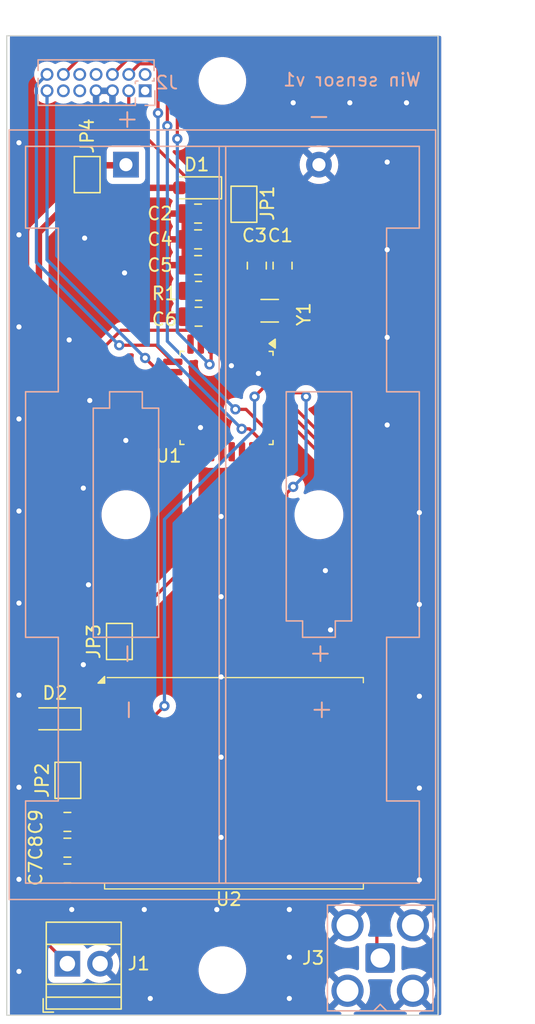
<source format=kicad_pcb>
(kicad_pcb (version 20240108) (generator "pcbnew") (generator_version "8.0")
  (layers (0 "F.Cu" signal) (31 "B.Cu" signal) (34 "B.Paste" user) (35 "F.Paste" user) (36 "B.SilkS" user "B.Silkscreen") (37 "F.SilkS" user "F.Silkscreen") (38 "B.Mask" user) (39 "F.Mask" user) (44 "Edge.Cuts" user))
  (net 0 "")
  (net 1 "Net-(U1-PC14)")
  (net 2 "GND")
  (net 3 "Net-(U1-PC15)")
  (net 4 "/RST")
  (net 5 "Net-(J1-Pin_1)")
  (net 6 "/SWDIO")
  (net 10 "/UART_RX")
  (net 11 "/SWCLK")
  (net 15 "/UART_TX")
  (net 16 "/RFM_RESET")
  (net 17 "/RFM_CS")
  (net 19 "/RFM_IRQ")
  (net 20 "/RFM_MISO")
  (net 25 "/RFM_SCK")
  (net 26 "/RFM_MOSI")
  (net 42 "Net-(JP3-A)")
  (net 44 "Net-(J3-In)")
  (net 45 "Net-(BT1-+)")
  (net 46 "STM_3v3")
  (net 47 "RFM_3v3")
  (net 48 "Net-(D1-A)")
  (net 49 "Net-(D1-K)")
  (net 50 "Net-(D2-K)")
  (footprint "Capacitor_SMD:C_0805_2012Metric_Pad1.18x1.45mm_HandSolder" (layer "F.Cu") (at 128.175 43.335 90)
    (property "Reference" "C3" (at 2.335 -0.175 180) (layer "F.SilkS"))
    (property "Value" "5.6pF")
    (fp_line (start -0.261252 -0.735) (end 0.261252 -0.735) (stroke (width 0.12)) (layer "F.SilkS"))
    (fp_line (start -0.261252 0.735) (end 0.261252 0.735) (stroke (width 0.12)) (layer "F.SilkS"))
    (pad "1" smd roundrect (at -1.0375 0 90) (size 1.175 1.45) (layers "F.Cu" "F.Paste" "F.Mask") (roundrect_rratio 0.212766) (net 3 "Net-(U1-PC15)"))
    (pad "2" smd roundrect (at 1.0375 0 90) (size 1.175 1.45) (layers "F.Cu" "F.Paste" "F.Mask") (roundrect_rratio 0.212766) (net 2 "GND"))
  )
  (footprint "MountingHole:MountingHole_3.2mm_M3" (layer "F.Cu") (at 125.5 29)
    (property "Reference" "H1" (hide yes))
    (property "Value" "MountingHole" (hide yes))
    (pad "" np_thru_hole circle (at 0 0) (size 3.2 3.2) (drill 3.2) (layers "*.Cu" "*.Mask"))
  )
  (footprint "Capacitor_SMD:C_0805_2012Metric_Pad1.18x1.45mm_HandSolder" (layer "F.Cu") (at 113.4625 90.5 180)
    (property "Reference" "C7" (at 2.4625 0 90) (layer "F.SilkS"))
    (property "Value" "4.7uF")
    (fp_line (start -0.261252 0.735) (end 0.261252 0.735) (stroke (width 0.12)) (layer "F.SilkS"))
    (fp_line (start -0.261252 -0.735) (end 0.261252 -0.735) (stroke (width 0.12)) (layer "F.SilkS"))
    (pad "1" smd roundrect (at -1.0375 0 180) (size 1.175 1.45) (layers "F.Cu" "F.Paste" "F.Mask") (roundrect_rratio 0.212766) (net 47 "RFM_3v3"))
    (pad "2" smd roundrect (at 1.0375 0 180) (size 1.175 1.45) (layers "F.Cu" "F.Paste" "F.Mask") (roundrect_rratio 0.212766) (net 2 "GND"))
  )
  (footprint "Jumper:SolderJumper-2_P1.3mm_Open_TrianglePad1.0x1.5mm" (layer "F.Cu") (at 113.5 83.275 90)
    (property "Reference" "JP2" (at 0 -2 90) (layer "F.SilkS"))
    (property "Value" "SolderJumper_2_Bridged" (hide yes))
    (fp_line (start 1.4 -1) (end 1.4 1) (stroke (width 0.12)) (layer "F.SilkS"))
    (fp_line (start -1.4 -1) (end 1.4 -1) (stroke (width 0.12)) (layer "F.SilkS"))
    (fp_line (start 1.4 1) (end -1.4 1) (stroke (width 0.12)) (layer "F.SilkS"))
    (fp_line (start -1.4 1) (end -1.4 -1) (stroke (width 0.12)) (layer "F.SilkS"))
    (pad "1" smd custom (at -0.725 0 90) (size 0.3 0.3) (layers "F.Cu" "F.Mask") (net 47 "RFM_3v3") (options (clearance outline) (anchor rect)) (primitives (gr_poly (pts (xy 1 0) (xy 0.5 0.75) (xy -0.5 0.75) (xy -0.5 -0.75) (xy 0.5 -0.75)) (width 0) (fill yes))))
    (pad "2" smd custom (at 0.725 0 90) (size 0.3 0.3) (layers "F.Cu" "F.Mask") (net 50 "Net-(D2-K)") (options (clearance outline) (anchor rect)) (primitives (gr_poly (pts (xy 0.5 0.75) (xy -0.65 0.75) (xy -0.15 0) (xy -0.65 -0.75) (xy 0.5 -0.75)) (width 0) (fill yes))))
  )
  (footprint "Jumper:SolderJumper-2_P1.3mm_Open_TrianglePad1.0x1.5mm" (layer "F.Cu") (at 117.5 72.5 90)
    (property "Reference" "JP3" (at 0 -2 90) (layer "F.SilkS"))
    (property "Value" "SolderJumper_2_Bridged" (hide yes))
    (fp_line (start 1.4 -1) (end 1.4 1) (stroke (width 0.12)) (layer "F.SilkS"))
    (fp_line (start -1.4 -1) (end 1.4 -1) (stroke (width 0.12)) (layer "F.SilkS"))
    (fp_line (start 1.4 1) (end -1.4 1) (stroke (width 0.12)) (layer "F.SilkS"))
    (fp_line (start -1.4 1) (end -1.4 -1) (stroke (width 0.12)) (layer "F.SilkS"))
    (pad "1" smd custom (at -0.725 0 90) (size 0.3 0.3) (layers "F.Cu" "F.Mask") (net 42 "Net-(JP3-A)") (options (clearance outline) (anchor rect)) (primitives (gr_poly (pts (xy 1 0) (xy 0.5 0.75) (xy -0.5 0.75) (xy -0.5 -0.75) (xy 0.5 -0.75)) (width 0) (fill yes))))
    (pad "2" smd custom (at 0.725 0 90) (size 0.3 0.3) (layers "F.Cu" "F.Mask") (net 16 "/RFM_RESET") (options (clearance outline) (anchor rect)) (primitives (gr_poly (pts (xy 0.5 0.75) (xy -0.65 0.75) (xy -0.15 0) (xy -0.65 -0.75) (xy 0.5 -0.75)) (width 0) (fill yes))))
  )
  (footprint "TerminalBlock:TerminalBlock_Xinya_XY308-2.54-2P_1x02_P2.54mm_Horizontal" (layer "F.Cu") (at 113.46 97.5)
    (property "Reference" "J1" (at 5.54 0 0) (layer "F.SilkS"))
    (property "Value" "Screw_Terminal_01x02" (hide yes))
    (fp_line (start -1.88 2.72) (end -1.88 3.76) (stroke (width 0.12)) (layer "F.SilkS"))
    (fp_line (start -1.88 3.76) (end -1.08 3.76) (stroke (width 0.12)) (layer "F.SilkS"))
    (fp_line (start -1.64 -3.22) (end -1.64 3.52) (stroke (width 0.12)) (layer "F.SilkS"))
    (fp_line (start -1.64 -3.22) (end 4.18 -3.22) (stroke (width 0.12)) (layer "F.SilkS"))
    (fp_line (start -1.64 -1.501) (end 4.18 -1.501) (stroke (width 0.12)) (layer "F.SilkS"))
    (fp_line (start -1.64 1.6) (end 4.18 1.6) (stroke (width 0.12)) (layer "F.SilkS"))
    (fp_line (start -1.64 2.6) (end 4.18 2.6) (stroke (width 0.12)) (layer "F.SilkS"))
    (fp_line (start -1.64 3.52) (end 4.18 3.52) (stroke (width 0.12)) (layer "F.SilkS"))
    (fp_line (start 4.18 -3.22) (end 4.18 3.52) (stroke (width 0.12)) (layer "F.SilkS"))
    (pad "1" thru_hole rect (at 0 0) (size 2 2) (drill 1.2) (layers "*.Cu" "*.Mask") (net 5 "Net-(J1-Pin_1)"))
    (pad "2" thru_hole circle (at 2.54 0) (size 2 2) (drill 1.2) (layers "*.Cu" "*.Mask") (net 2 "GND"))
  )
  (footprint "Capacitor_SMD:C_0805_2012Metric_Pad1.18x1.45mm_HandSolder" (layer "F.Cu") (at 123.6125 39.2975 180)
    (property "Reference" "C2" (at 2.9625 0 0) (layer "F.SilkS"))
    (property "Value" "4.7uF")
    (fp_line (start -0.261252 0.735) (end 0.261252 0.735) (stroke (width 0.12)) (layer "F.SilkS"))
    (fp_line (start -0.261252 -0.735) (end 0.261252 -0.735) (stroke (width 0.12)) (layer "F.SilkS"))
    (pad "1" smd roundrect (at -1.0375 0 180) (size 1.175 1.45) (layers "F.Cu" "F.Paste" "F.Mask") (roundrect_rratio 0.212766) (net 46 "STM_3v3"))
    (pad "2" smd roundrect (at 1.0375 0 180) (size 1.175 1.45) (layers "F.Cu" "F.Paste" "F.Mask") (roundrect_rratio 0.212766) (net 2 "GND"))
  )
  (footprint "Diode_SMD:D_SOD-323_HandSoldering" (layer "F.Cu") (at 123.425 37.2975 180)
    (property "Reference" "D1" (at -0.075 1.7975 0) (layer "F.SilkS"))
    (property "Value" "D_Schottky")
    (fp_line (start -2.01 0.85) (end 1.25 0.85) (stroke (width 0.12)) (layer "F.SilkS"))
    (fp_line (start -2.01 -0.85) (end 1.25 -0.85) (stroke (width 0.12)) (layer "F.SilkS"))
    (fp_line (start -2.01 -0.85) (end -2.01 0.85) (stroke (width 0.12)) (layer "F.SilkS"))
    (pad "1" smd roundrect (at -1.25 0 180) (size 1 1) (layers "F.Cu" "F.Paste" "F.Mask") (net 49 "Net-(D1-K)"))
    (pad "2" smd roundrect (at 1.25 0 180) (size 1 1) (layers "F.Cu" "F.Paste" "F.Mask") (net 48 "Net-(D1-A)"))
  )
  (footprint "Capacitor_SMD:C_0805_2012Metric_Pad1.18x1.45mm_HandSolder" (layer "F.Cu") (at 123.65 47.2975 180)
    (property "Reference" "C6" (at 2.65 -0.2025 0) (layer "F.SilkS"))
    (property "Value" "100nF")
    (fp_line (start -0.261252 0.735) (end 0.261252 0.735) (stroke (width 0.12)) (layer "F.SilkS"))
    (fp_line (start -0.261252 -0.735) (end 0.261252 -0.735) (stroke (width 0.12)) (layer "F.SilkS"))
    (pad "1" smd roundrect (at -1.0375 0 180) (size 1.175 1.45) (layers "F.Cu" "F.Paste" "F.Mask") (roundrect_rratio 0.212766) (net 4 "/RST"))
    (pad "2" smd roundrect (at 1.0375 0 180) (size 1.175 1.45) (layers "F.Cu" "F.Paste" "F.Mask") (roundrect_rratio 0.212766) (net 2 "GND"))
  )
  (footprint "Jumper:SolderJumper-2_P1.3mm_Open_TrianglePad1.0x1.5mm" (layer "F.Cu") (at 115 36.275 -90)
    (property "Reference" "JP4" (at -3 0 90) (layer "F.SilkS"))
    (property "Value" "SolderJumper_2_Bridged" (hide yes))
    (fp_line (start -1.4 1) (end -1.4 -1) (stroke (width 0.12)) (layer "F.SilkS"))
    (fp_line (start 1.4 1) (end -1.4 1) (stroke (width 0.12)) (layer "F.SilkS"))
    (fp_line (start -1.4 -1) (end 1.4 -1) (stroke (width 0.12)) (layer "F.SilkS"))
    (fp_line (start 1.4 -1) (end 1.4 1) (stroke (width 0.12)) (layer "F.SilkS"))
    (pad "1" smd custom (at -0.725 0 270) (size 0.3 0.3) (layers "F.Cu" "F.Mask") (net 45 "Net-(BT1-+)") (options (clearance outline) (anchor rect)) (primitives (gr_poly (pts (xy 1 0) (xy 0.5 0.75) (xy -0.5 0.75) (xy -0.5 -0.75) (xy 0.5 -0.75)) (width 0) (fill yes))))
    (pad "2" smd custom (at 0.725 0 270) (size 0.3 0.3) (layers "F.Cu" "F.Mask") (net 48 "Net-(D1-A)") (options (clearance outline) (anchor rect)) (primitives (gr_poly (pts (xy 0.5 0.75) (xy -0.65 0.75) (xy -0.15 0) (xy -0.65 -0.75) (xy 0.5 -0.75)) (width 0) (fill yes))))
  )
  (footprint "Capacitor_SMD:C_0805_2012Metric_Pad1.18x1.45mm_HandSolder" (layer "F.Cu") (at 113.4625 86.5 180)
    (property "Reference" "C9" (at 2.4625 0 90) (layer "F.SilkS"))
    (property "Value" "100nF")
    (fp_line (start -0.261252 0.735) (end 0.261252 0.735) (stroke (width 0.12)) (layer "F.SilkS"))
    (fp_line (start -0.261252 -0.735) (end 0.261252 -0.735) (stroke (width 0.12)) (layer "F.SilkS"))
    (pad "1" smd roundrect (at -1.0375 0 180) (size 1.175 1.45) (layers "F.Cu" "F.Paste" "F.Mask") (roundrect_rratio 0.212766) (net 47 "RFM_3v3"))
    (pad "2" smd roundrect (at 1.0375 0 180) (size 1.175 1.45) (layers "F.Cu" "F.Paste" "F.Mask") (roundrect_rratio 0.212766) (net 2 "GND"))
  )
  (footprint "Jumper:SolderJumper-2_P1.3mm_Open_TrianglePad1.0x1.5mm" (layer "F.Cu") (at 127.175 38.5725 90)
    (property "Reference" "JP1" (at 0.0725 1.825 90) (layer "F.SilkS"))
    (property "Value" "SolderJumper_2_Bridged" (hide yes))
    (fp_line (start 1.4 -1) (end 1.4 1) (stroke (width 0.12)) (layer "F.SilkS"))
    (fp_line (start -1.4 -1) (end 1.4 -1) (stroke (width 0.12)) (layer "F.SilkS"))
    (fp_line (start 1.4 1) (end -1.4 1) (stroke (width 0.12)) (layer "F.SilkS"))
    (fp_line (start -1.4 1) (end -1.4 -1) (stroke (width 0.12)) (layer "F.SilkS"))
    (pad "1" smd custom (at -0.725 0 90) (size 0.3 0.3) (layers "F.Cu" "F.Mask") (net 46 "STM_3v3") (options (clearance outline) (anchor rect)) (primitives (gr_poly (pts (xy 1 0) (xy 0.5 0.75) (xy -0.5 0.75) (xy -0.5 -0.75) (xy 0.5 -0.75)) (width 0) (fill yes))))
    (pad "2" smd custom (at 0.725 0 90) (size 0.3 0.3) (layers "F.Cu" "F.Mask") (net 49 "Net-(D1-K)") (options (clearance outline) (anchor rect)) (primitives (gr_poly (pts (xy 0.5 0.75) (xy -0.65 0.75) (xy -0.15 0) (xy -0.65 -0.75) (xy 0.5 -0.75)) (width 0) (fill yes))))
  )
  (footprint "Package_QFP:LQFP-32_7x7mm_P0.8mm" (layer "F.Cu") (at 125.825 53.6 -90)
    (property "Reference" "U1" (at 4.5 4.5 180) (layer "F.SilkS"))
    (property "Value" "STM32G031K8Tx")
    (fp_line (start -3.61 3.61) (end -3.61 3.31) (stroke (width 0.12)) (layer "F.SilkS"))
    (fp_line (start -3.31 3.61) (end -3.61 3.61) (stroke (width 0.12)) (layer "F.SilkS"))
    (fp_line (start 3.31 3.61) (end 3.61 3.61) (stroke (width 0.12)) (layer "F.SilkS"))
    (fp_line (start 3.61 3.61) (end 3.61 3.31) (stroke (width 0.12)) (layer "F.SilkS"))
    (fp_line (start -3.61 -3.61) (end -3.61 -3.31) (stroke (width 0.12)) (layer "F.SilkS"))
    (fp_line (start -3.31 -3.61) (end -3.61 -3.61) (stroke (width 0.12)) (layer "F.SilkS"))
    (fp_line (start 3.31 -3.61) (end 3.61 -3.61) (stroke (width 0.12)) (layer "F.SilkS"))
    (fp_line (start 3.61 -3.61) (end 3.61 -3.31) (stroke (width 0.12)) (layer "F.SilkS"))
    (fp_poly (pts (xy -4.2125 -3.31) (xy -4.5525 -3.78) (xy -3.8725 -3.78) (xy -4.2125 -3.31)) (stroke (width 0.12)) (fill solid) (layer "F.SilkS"))
    (pad "1" smd roundrect (at -4.175 -2.8 270) (size 1.5 0.5) (layers "F.Cu" "F.Paste" "F.Mask"))
    (pad "2" smd roundrect (at -4.175 -2 270) (size 1.5 0.5) (layers "F.Cu" "F.Paste" "F.Mask") (net 1 "Net-(U1-PC14)"))
    (pad "3" smd roundrect (at -4.175 -1.2 270) (size 1.5 0.5) (layers "F.Cu" "F.Paste" "F.Mask") (net 3 "Net-(U1-PC15)"))
    (pad "4" smd roundrect (at -4.175 -0.4 270) (size 1.5 0.5) (layers "F.Cu" "F.Paste" "F.Mask") (net 46 "STM_3v3"))
    (pad "5" smd roundrect (at -4.175 0.4 270) (size 1.5 0.5) (layers "F.Cu" "F.Paste" "F.Mask") (net 2 "GND"))
    (pad "6" smd roundrect (at -4.175 1.2 270) (size 1.5 0.5) (layers "F.Cu" "F.Paste" "F.Mask") (net 4 "/RST"))
    (pad "7" smd roundrect (at -4.175 2 270) (size 1.5 0.5) (layers "F.Cu" "F.Paste" "F.Mask") (net 5 "Net-(J1-Pin_1)"))
    (pad "8" smd roundrect (at -4.175 2.8 270) (size 1.5 0.5) (layers "F.Cu" "F.Paste" "F.Mask"))
    (pad "9" smd roundrect (at -2.8 4.175 270) (size 0.5 1.5) (layers "F.Cu" "F.Paste" "F.Mask") (net 15 "/UART_TX"))
    (pad "10" smd roundrect (at -2 4.175 270) (size 0.5 1.5) (layers "F.Cu" "F.Paste" "F.Mask") (net 10 "/UART_RX"))
    (pad "11" smd roundrect (at -1.2 4.175 270) (size 0.5 1.5) (layers "F.Cu" "F.Paste" "F.Mask"))
    (pad "12" smd roundrect (at -0.4 4.175 270) (size 0.5 1.5) (layers "F.Cu" "F.Paste" "F.Mask"))
    (pad "13" smd roundrect (at 0.4 4.175 270) (size 0.5 1.5) (layers "F.Cu" "F.Paste" "F.Mask"))
    (pad "14" smd roundrect (at 1.2 4.175 270) (size 0.5 1.5) (layers "F.Cu" "F.Paste" "F.Mask"))
    (pad "15" smd roundrect (at 2 4.175 270) (size 0.5 1.5) (layers "F.Cu" "F.Paste" "F.Mask"))
    (pad "16" smd roundrect (at 2.8 4.175 270) (size 0.5 1.5) (layers "F.Cu" "F.Paste" "F.Mask"))
    (pad "17" smd roundrect (at 4.175 2.8 270) (size 1.5 0.5) (layers "F.Cu" "F.Paste" "F.Mask") (net 16 "/RFM_RESET"))
    (pad "18" smd roundrect (at 4.175 2 270) (size 1.5 0.5) (layers "F.Cu" "F.Paste" "F.Mask"))
    (pad "19" smd roundrect (at 4.175 1.2 270) (size 1.5 0.5) (layers "F.Cu" "F.Paste" "F.Mask"))
    (pad "20" smd roundrect (at 4.175 0.4 270) (size 1.5 0.5) (layers "F.Cu" "F.Paste" "F.Mask"))
    (pad "21" smd roundrect (at 4.175 -0.4 270) (size 1.5 0.5) (layers "F.Cu" "F.Paste" "F.Mask"))
    (pad "22" smd roundrect (at 4.175 -1.2 270) (size 1.5 0.5) (layers "F.Cu" "F.Paste" "F.Mask"))
    (pad "23" smd roundrect (at 4.175 -2 270) (size 1.5 0.5) (layers "F.Cu" "F.Paste" "F.Mask"))
    (pad "24" smd roundrect (at 4.175 -2.8 270) (size 1.5 0.5) (layers "F.Cu" "F.Paste" "F.Mask") (net 6 "/SWDIO"))
    (pad "25" smd roundrect (at 2.8 -4.175 270) (size 0.5 1.5) (layers "F.Cu" "F.Paste" "F.Mask") (net 11 "/SWCLK"))
    (pad "26" smd roundrect (at 2 -4.175 270) (size 0.5 1.5) (layers "F.Cu" "F.Paste" "F.Mask") (net 17 "/RFM_CS"))
    (pad "27" smd roundrect (at 1.2 -4.175 270) (size 0.5 1.5) (layers "F.Cu" "F.Paste" "F.Mask") (net 25 "/RFM_SCK"))
    (pad "28" smd roundrect (at 0.4 -4.175 270) (size 0.5 1.5) (layers "F.Cu" "F.Paste" "F.Mask") (net 20 "/RFM_MISO"))
    (pad "29" smd roundrect (at -0.4 -4.175 270) (size 0.5 1.5) (layers "F.Cu" "F.Paste" "F.Mask") (net 26 "/RFM_MOSI"))
    (pad "30" smd roundrect (at -1.2 -4.175 270) (size 0.5 1.5) (layers "F.Cu" "F.Paste" "F.Mask") (net 19 "/RFM_IRQ"))
    (pad "31" smd roundrect (at -2 -4.175 270) (size 0.5 1.5) (layers "F.Cu" "F.Paste" "F.Mask"))
    (pad "32" smd roundrect (at -2.8 -4.175 270) (size 0.5 1.5) (layers "F.Cu" "F.Paste" "F.Mask"))
  )
  (footprint "Capacitor_SMD:C_0805_2012Metric_Pad1.18x1.45mm_HandSolder" (layer "F.Cu") (at 130.175 43.335 90)
    (property "Reference" "C1" (at 2.335 -0.175 180) (layer "F.SilkS"))
    (property "Value" "5.6pF")
    (fp_line (start -0.261252 -0.735) (end 0.261252 -0.735) (stroke (width 0.12)) (layer "F.SilkS"))
    (fp_line (start -0.261252 0.735) (end 0.261252 0.735) (stroke (width 0.12)) (layer "F.SilkS"))
    (pad "1" smd roundrect (at -1.0375 0 90) (size 1.175 1.45) (layers "F.Cu" "F.Paste" "F.Mask") (roundrect_rratio 0.212766) (net 1 "Net-(U1-PC14)"))
    (pad "2" smd roundrect (at 1.0375 0 90) (size 1.175 1.45) (layers "F.Cu" "F.Paste" "F.Mask") (roundrect_rratio 0.212766) (net 2 "GND"))
  )
  (footprint "MountingHole:MountingHole_3.2mm_M3" (layer "F.Cu") (at 125.5 98)
    (property "Reference" "H4" (hide yes))
    (property "Value" "MountingHole" (hide yes))
    (pad "" np_thru_hole circle (at 0 0) (size 3.2 3.2) (drill 3.2) (layers "*.Cu" "*.Mask"))
  )
  (footprint "RF_Module:HOPERF_RFM69HW" (layer "F.Cu") (at 126.4 83.5)
    (property "Reference" "U2" (at -0.4 9 0) (layer "F.SilkS"))
    (property "Value" "RFM69HW")
    (fp_line (start -10.05 7.8) (end -10.05 8.2) (stroke (width 0.1)) (layer "F.SilkS"))
    (fp_line (start -10.05 8.2) (end 10.05 8.2) (stroke (width 0.1)) (layer "F.SilkS"))
    (fp_line (start -9.85 -8.2) (end 10.05 -8.2) (stroke (width 0.1)) (layer "F.SilkS"))
    (fp_line (start 10.05 -8.2) (end 10.05 -7.8) (stroke (width 0.1)) (layer "F.SilkS"))
    (fp_line (start 10.05 7.8) (end 10.05 8.2) (stroke (width 0.1)) (layer "F.SilkS"))
    (fp_poly (pts (xy -10.05 -7.775) (xy -10.55 -7.775) (xy -10.05 -8.275) (xy -10.05 -7.775)) (stroke (width 0.12)) (fill solid) (layer "F.SilkS"))
    (pad "1" smd rect (at -9.1 -7) (size 2.5 1) (layers "F.Cu" "F.Paste" "F.Mask") (net 42 "Net-(JP3-A)"))
    (pad "2" smd rect (at -9.1 -5) (size 2.5 1) (layers "F.Cu" "F.Paste" "F.Mask"))
    (pad "3" smd rect (at -9.1 -3) (size 2.5 1) (layers "F.Cu" "F.Paste" "F.Mask") (net 19 "/RFM_IRQ"))
    (pad "4" smd rect (at -9.1 -1) (size 2.5 1) (layers "F.Cu" "F.Paste" "F.Mask"))
    (pad "5" smd rect (at -9.1 1) (size 2.5 1) (layers "F.Cu" "F.Paste" "F.Mask"))
    (pad "6" smd rect (at -9.1 3) (size 2.5 1) (layers "F.Cu" "F.Paste" "F.Mask"))
    (pad "7" smd rect (at -9.1 5) (size 2.5 1) (layers "F.Cu" "F.Paste" "F.Mask"))
    (pad "8" smd rect (at -9.1 7) (size 2.5 1) (layers "F.Cu" "F.Paste" "F.Mask") (net 47 "RFM_3v3"))
    (pad "9" smd rect (at 9.1 7) (size 2.5 1) (layers "F.Cu" "F.Paste" "F.Mask") (net 2 "GND"))
    (pad "10" smd rect (at 9.1 5) (size 2.5 1) (layers "F.Cu" "F.Paste" "F.Mask") (net 44 "Net-(J3-In)"))
    (pad "11" smd rect (at 9.1 3) (size 2.5 1) (layers "F.Cu" "F.Paste" "F.Mask") (net 2 "GND"))
    (pad "12" smd rect (at 9.1 1) (size 2.5 1) (layers "F.Cu" "F.Paste" "F.Mask") (net 25 "/RFM_SCK"))
    (pad "13" smd rect (at 9.1 -1) (size 2.5 1) (layers "F.Cu" "F.Paste" "F.Mask") (net 20 "/RFM_MISO"))
    (pad "14" smd rect (at 9.1 -3) (size 2.5 1) (layers "F.Cu" "F.Paste" "F.Mask") (net 26 "/RFM_MOSI"))
    (pad "15" smd rect (at 9.1 -5) (size 2.5 1) (layers "F.Cu" "F.Paste" "F.Mask") (net 17 "/RFM_CS"))
    (pad "16" smd rect (at 9.1 -7) (size 2.5 1) (layers "F.Cu" "F.Paste" "F.Mask"))
  )
  (footprint "Crystal:Crystal_SMD_3215-2Pin_3.2x1.5mm" (layer "F.Cu") (at 129.175 46.835)
    (property "Reference" "Y1" (at 2.65 0.265 90) (layer "F.SilkS"))
    (property "Value" "32.768KHz")
    (fp_line (start -0.675 -0.875) (end 0.675 -0.875) (stroke (width 0.12)) (layer "F.SilkS"))
    (fp_line (start -0.675 0.875) (end 0.675 0.875) (stroke (width 0.12)) (layer "F.SilkS"))
    (pad "1" smd rect (at 1.25 0) (size 1 1.8) (layers "F.Cu" "F.Paste" "F.Mask") (net 1 "Net-(U1-PC14)"))
    (pad "2" smd rect (at -1.25 0) (size 1 1.8) (layers "F.Cu" "F.Paste" "F.Mask") (net 3 "Net-(U1-PC15)"))
  )
  (footprint "Capacitor_SMD:C_0805_2012Metric_Pad1.18x1.45mm_HandSolder" (layer "F.Cu") (at 123.6125 43.2975 180)
    (property "Reference" "C5" (at 2.9625 0 0) (layer "F.SilkS"))
    (property "Value" "100nF")
    (fp_line (start -0.261252 0.735) (end 0.261252 0.735) (stroke (width 0.12)) (layer "F.SilkS"))
    (fp_line (start -0.261252 -0.735) (end 0.261252 -0.735) (stroke (width 0.12)) (layer "F.SilkS"))
    (pad "1" smd roundrect (at -1.0375 0 180) (size 1.175 1.45) (layers "F.Cu" "F.Paste" "F.Mask") (roundrect_rratio 0.212766) (net 46 "STM_3v3"))
    (pad "2" smd roundrect (at 1.0375 0 180) (size 1.175 1.45) (layers "F.Cu" "F.Paste" "F.Mask") (roundrect_rratio 0.212766) (net 2 "GND"))
  )
  (footprint "Capacitor_SMD:C_0805_2012Metric_Pad1.18x1.45mm_HandSolder" (layer "F.Cu") (at 113.4625 88.5 180)
    (property "Reference" "C8" (at 2.4625 0 90) (layer "F.SilkS"))
    (property "Value" "100nF")
    (fp_line (start -0.261252 0.735) (end 0.261252 0.735) (stroke (width 0.12)) (layer "F.SilkS"))
    (fp_line (start -0.261252 -0.735) (end 0.261252 -0.735) (stroke (width 0.12)) (layer "F.SilkS"))
    (pad "1" smd roundrect (at -1.0375 0 180) (size 1.175 1.45) (layers "F.Cu" "F.Paste" "F.Mask") (roundrect_rratio 0.212766) (net 47 "RFM_3v3"))
    (pad "2" smd roundrect (at 1.0375 0 180) (size 1.175 1.45) (layers "F.Cu" "F.Paste" "F.Mask") (roundrect_rratio 0.212766) (net 2 "GND"))
  )
  (footprint "Capacitor_SMD:C_0805_2012Metric_Pad1.18x1.45mm_HandSolder" (layer "F.Cu") (at 123.6125 41.2975 180)
    (property "Reference" "C4" (at 2.9625 0 0) (layer "F.SilkS"))
    (property "Value" "100nF")
    (fp_line (start -0.261252 0.735) (end 0.261252 0.735) (stroke (width 0.12)) (layer "F.SilkS"))
    (fp_line (start -0.261252 -0.735) (end 0.261252 -0.735) (stroke (width 0.12)) (layer "F.SilkS"))
    (pad "1" smd roundrect (at -1.0375 0 180) (size 1.175 1.45) (layers "F.Cu" "F.Paste" "F.Mask") (roundrect_rratio 0.212766) (net 46 "STM_3v3"))
    (pad "2" smd roundrect (at 1.0375 0 180) (size 1.175 1.45) (layers "F.Cu" "F.Paste" "F.Mask") (roundrect_rratio 0.212766) (net 2 "GND"))
  )
  (footprint "Resistor_SMD:R_0805_2012Metric_Pad1.20x1.40mm_HandSolder" (layer "F.Cu") (at 123.65 45.2975 180)
    (property "Reference" "R1" (at 2.65 -0.2025 0) (layer "F.SilkS"))
    (property "Value" "100k")
    (fp_line (start -0.227064 0.735) (end 0.227064 0.735) (stroke (width 0.12)) (layer "F.SilkS"))
    (fp_line (start -0.227064 -0.735) (end 0.227064 -0.735) (stroke (width 0.12)) (layer "F.SilkS"))
    (pad "1" smd roundrect (at -1 0 180) (size 1.2 1.4) (layers "F.Cu" "F.Paste" "F.Mask") (roundrect_rratio 0.208333) (net 46 "STM_3v3"))
    (pad "2" smd roundrect (at 1 0 180) (size 1.2 1.4) (layers "F.Cu" "F.Paste" "F.Mask") (roundrect_rratio 0.208333) (net 5 "Net-(J1-Pin_1)"))
  )
  (footprint "Diode_SMD:D_SOD-323_HandSoldering" (layer "F.Cu") (at 112.5 78.5 180)
    (property "Reference" "D2" (at 0 2 0) (layer "F.SilkS"))
    (property "Value" "D_Schottky")
    (fp_line (start -2.01 0.85) (end 1.25 0.85) (stroke (width 0.12)) (layer "F.SilkS"))
    (fp_line (start -2.01 -0.85) (end 1.25 -0.85) (stroke (width 0.12)) (layer "F.SilkS"))
    (fp_line (start -2.01 -0.85) (end -2.01 0.85) (stroke (width 0.12)) (layer "F.SilkS"))
    (pad "1" smd roundrect (at -1.25 0 180) (size 1 1) (layers "F.Cu" "F.Paste" "F.Mask") (net 50 "Net-(D2-K)"))
    (pad "2" smd roundrect (at 1.25 0 180) (size 1 1) (layers "F.Cu" "F.Paste" "F.Mask") (net 48 "Net-(D1-A)"))
  )
  (footprint "Connector_Coaxial:SMA_Amphenol_901-143_Horizontal" (layer "B.Cu") (at 137.76 97.06 90)
    (property "Reference" "J3" (at 0 -5.21 180) (layer "F.SilkS"))
    (property "Value" "Conn_Coaxial")
    (fp_line (start 4.1 -4.1) (end -4.1 -4.1) (stroke (width 0.12)) (layer "B.SilkS"))
    (fp_line (start 4.1 -4.1) (end 4.1 4.1) (stroke (width 0.12)) (layer "B.SilkS"))
    (fp_line (start -4.1 -4.1) (end -4.1 4.1) (stroke (width 0.12)) (layer "B.SilkS"))
    (fp_line (start -3.6 0) (end -4.1 -0.5) (stroke (width 0.12)) (layer "B.SilkS"))
    (fp_line (start -4.1 0.5) (end -3.6 0) (stroke (width 0.12)) (layer "B.SilkS"))
    (fp_line (start 4.1 4.1) (end -4.1 4.1) (stroke (width 0.12)) (layer "B.SilkS"))
    (fp_line (start -4.3 4.5) (end 4.3 4.5) (stroke (width 0.1)) (layer "Edge.Cuts"))
    (pad "1" thru_hole roundrect (at 0 0 90) (size 2.3 2.3) (drill 1.5) (layers "*.Cu" "*.Mask") (roundrect_rratio 0.087) (net 44 "Net-(J3-In)"))
    (pad "2" thru_hole circle (at -2.54 -2.54 90) (size 2.5 2.5) (drill 1.7) (layers "*.Cu" "*.Mask") (net 2 "GND"))
    (pad "2" thru_hole circle (at -2.54 2.54 90) (size 2.5 2.5) (drill 1.7) (layers "*.Cu" "*.Mask") (net 2 "GND"))
    (pad "2" thru_hole circle (at 2.54 -2.54 90) (size 2.5 2.5) (drill 1.7) (layers "*.Cu" "*.Mask") (net 2 "GND"))
    (pad "2" thru_hole circle (at 2.54 2.54 90) (size 2.5 2.5) (drill 1.7) (layers "*.Cu" "*.Mask") (net 2 "GND"))
  )
  (footprint "Battery:BatteryHolder_Keystone_2462_2xAA" (layer "B.Cu") (at 118.01 35.5 -90)
    (property "Reference" "BT1" (hide yes))
    (property "Value" "Battery")
    (fp_line (start -2.69 9.065) (end 57.02 9.065) (stroke (width 0.12)) (layer "B.SilkS"))
    (fp_line (start 57.02 9.065) (end 57.02 -24.055) (stroke (width 0.12)) (layer "B.SilkS"))
    (fp_line (start -1.42 7.795) (end 4.925 7.795) (stroke (width 0.12)) (layer "B.SilkS"))
    (fp_line (start 4.925 7.795) (end 4.925 5.255) (stroke (width 0.12)) (layer "B.SilkS"))
    (fp_line (start 17.625 7.795) (end 36.675 7.795) (stroke (width 0.12)) (layer "B.SilkS"))
    (fp_line (start 36.675 7.795) (end 36.675 5.255) (stroke (width 0.12)) (layer "B.SilkS"))
    (fp_line (start 49.375 7.795) (end 55.75 7.795) (stroke (width 0.12)) (layer "B.SilkS"))
    (fp_line (start 17.625 5.255) (end 17.625 7.795) (stroke (width 0.12)) (layer "B.SilkS"))
    (fp_line (start 17.625 5.255) (end 4.925 5.255) (stroke (width 0.12)) (layer "B.SilkS"))
    (fp_line (start 36.675 5.255) (end 49.375 5.255) (stroke (width 0.12)) (layer "B.SilkS"))
    (fp_line (start 49.375 5.255) (end 49.375 7.795) (stroke (width 0.12)) (layer "B.SilkS"))
    (fp_line (start 18.895 2.54) (end 18.895 1.27) (stroke (width 0.12)) (layer "B.SilkS"))
    (fp_line (start 36.675 2.54) (end 18.895 2.54) (stroke (width 0.12)) (layer "B.SilkS"))
    (fp_line (start 17.625 1.27) (end 17.625 -1.27) (stroke (width 0.12)) (layer "B.SilkS"))
    (fp_line (start 18.895 1.27) (end 17.625 1.27) (stroke (width 0.12)) (layer "B.SilkS"))
    (fp_line (start 36.675 1.27) (end 36.675 2.54) (stroke (width 0.12)) (layer "B.SilkS"))
    (fp_line (start 17.625 -1.27) (end 18.895 -1.27) (stroke (width 0.12)) (layer "B.SilkS"))
    (fp_line (start 18.895 -1.27) (end 18.895 -2.54) (stroke (width 0.12)) (layer "B.SilkS"))
    (fp_line (start 18.895 -2.54) (end 36.675 -2.54) (stroke (width 0.12)) (layer "B.SilkS"))
    (fp_line (start 36.675 -2.54) (end 36.675 1.27) (stroke (width 0.12)) (layer "B.SilkS"))
    (fp_line (start 55.75 -7.241) (end -1.42 -7.241) (stroke (width 0.12)) (layer "B.SilkS"))
    (fp_line (start -1.42 -7.749) (end 55.75 -7.749) (stroke (width 0.12)) (layer "B.SilkS"))
    (fp_line (start 17.625 -12.45) (end 17.625 -17.53) (stroke (width 0.12)) (layer "B.SilkS"))
    (fp_line (start 35.405 -12.45) (end 17.625 -12.45) (stroke (width 0.12)) (layer "B.SilkS"))
    (fp_line (start 35.405 -13.72) (end 35.405 -12.45) (stroke (width 0.12)) (layer "B.SilkS"))
    (fp_line (start 36.675 -13.72) (end 35.405 -13.72) (stroke (width 0.12)) (layer "B.SilkS"))
    (fp_line (start 35.405 -16.26) (end 36.675 -16.26) (stroke (width 0.12)) (layer "B.SilkS"))
    (fp_line (start 36.675 -16.26) (end 36.675 -13.72) (stroke (width 0.12)) (layer "B.SilkS"))
    (fp_line (start 17.625 -17.53) (end 35.405 -17.53) (stroke (width 0.12)) (layer "B.SilkS"))
    (fp_line (start 35.405 -17.53) (end 35.405 -16.26) (stroke (width 0.12)) (layer "B.SilkS"))
    (fp_line (start 4.925 -20.245) (end 4.925 -22.785) (stroke (width 0.12)) (layer "B.SilkS"))
    (fp_line (start 17.625 -20.245) (end 4.925 -20.245) (stroke (width 0.12)) (layer "B.SilkS"))
    (fp_line (start 36.675 -20.245) (end 49.375 -20.245) (stroke (width 0.12)) (layer "B.SilkS"))
    (fp_line (start 36.675 -20.245) (end 36.675 -22.785) (stroke (width 0.12)) (layer "B.SilkS"))
    (fp_line (start 49.375 -20.245) (end 49.375 -22.785) (stroke (width 0.12)) (layer "B.SilkS"))
    (fp_line (start -1.42 -22.785) (end -1.42 7.795) (stroke (width 0.12)) (layer "B.SilkS"))
    (fp_line (start 4.925 -22.785) (end -1.42 -22.785) (stroke (width 0.12)) (layer "B.SilkS"))
    (fp_line (start 17.625 -22.785) (end 17.625 -20.245) (stroke (width 0.12)) (layer "B.SilkS"))
    (fp_line (start 36.675 -22.785) (end 17.625 -22.785) (stroke (width 0.12)) (layer "B.SilkS"))
    (fp_line (start 49.375 -22.785) (end 55.75 -22.785) (stroke (width 0.12)) (layer "B.SilkS"))
    (fp_line (start 55.75 -22.785) (end 55.75 7.795) (stroke (width 0.12)) (layer "B.SilkS"))
    (fp_line (start -2.69 -24.055) (end -2.69 9.065) (stroke (width 0.12)) (layer "B.SilkS"))
    (fp_line (start 57.02 -24.055) (end -2.69 -24.055) (stroke (width 0.12)) (layer "B.SilkS"))
    (fp_text user "-" (at 42.3 -0.11 90) (layer "B.SilkS") (effects (font (size 1.5 1.5)) (justify mirror)))
    (fp_text user "-" (at 37.945 0 90) (layer "B.SilkS") (effects (font (size 1.5 1.5)) (justify mirror)))
    (fp_text user "+" (at 37.945 -14.99 90) (layer "B.SilkS") (effects (font (size 1.5 1.5)) (justify mirror)))
    (fp_text user "-" (at -3.81 -14.99 180) (layer "B.SilkS") (effects (font (size 1.5 1.5)) (justify mirror)))
    (fp_text user "+" (at -3.5 0.01 90) (layer "B.SilkS") (effects (font (size 1.5 1.5)) (justify mirror)))
    (fp_text user "+" (at 42.3 -15.1 90) (layer "B.SilkS") (effects (font (size 1.5 1.5)) (justify mirror)))
    (pad "" np_thru_hole circle (at 27.165 -14.99 270) (size 3.3 3.3) (drill 3.3) (layers "*.Cu" "*.Mask"))
    (pad "" np_thru_hole circle (at 27.165 0 270) (size 3.3 3.3) (drill 3.3) (layers "*.Cu" "*.Mask"))
    (pad "1" thru_hole rect (at 0 0 270) (size 2 2) (drill 1.02) (layers "*.Cu" "*.Mask") (net 45 "Net-(BT1-+)"))
    (pad "2" thru_hole circle (at 0 -14.99 270) (size 2 2) (drill 1.02) (layers "*.Cu" "*.Mask") (net 2 "GND"))
  )
  (footprint "Connector_PinHeader_1.27mm:PinHeader_2x07_P1.27mm_Vertical" (layer "B.Cu") (at 119.5 29.77 90)
    (property "Reference" "J2" (at 0.635 1.695 0) (layer "B.SilkS") (effects (justify mirror)))
    (property "Value" "Conn_ST_STDC14")
    (fp_line (start 2.4 -8.315) (end 1.57753 -8.315) (stroke (width 0.12)) (layer "B.SilkS"))
    (fp_line (start 2.4 -8.315) (end 2.4 0.695) (stroke (width 0.12)) (layer "B.SilkS"))
    (fp_line (start 0.96247 -8.315) (end 0.30753 -8.315) (stroke (width 0.12)) (layer "B.SilkS"))
    (fp_line (start -0.30753 -8.315) (end -1.13 -8.315) (stroke (width 0.12)) (layer "B.SilkS"))
    (fp_line (start -1.13 -8.315) (end -1.13 -0.76) (stroke (width 0.12)) (layer "B.SilkS"))
    (fp_line (start 0.706529 -0.76) (end 0.563471 -0.76) (stroke (width 0.12)) (layer "B.SilkS"))
    (fp_line (start -0.563471 -0.76) (end -1.13 -0.76) (stroke (width 0.12)) (layer "B.SilkS"))
    (fp_line (start 0.76 -0.563471) (end 0.76 -0.706529) (stroke (width 0.12)) (layer "B.SilkS"))
    (fp_line (start 2.4 0.695) (end 1.57753 0.695) (stroke (width 0.12)) (layer "B.SilkS"))
    (fp_line (start 0.96247 0.695) (end 0.76 0.695) (stroke (width 0.12)) (layer "B.SilkS"))
    (fp_line (start 0.76 0.695) (end 0.76 0.563471) (stroke (width 0.12)) (layer "B.SilkS"))
    (fp_line (start 0 0.76) (end -1.13 0.76) (stroke (width 0.12)) (layer "B.SilkS"))
    (fp_line (start -1.13 0.76) (end -1.13 0) (stroke (width 0.12)) (layer "B.SilkS"))
    (pad "1" thru_hole rect (at 0 0 90) (size 1 1) (drill 0.65) (layers "*.Cu" "*.Mask"))
    (pad "2" thru_hole oval (at 1.27 0 90) (size 1 1) (drill 0.65) (layers "*.Cu" "*.Mask"))
    (pad "3" thru_hole oval (at 0 -1.27 90) (size 1 1) (drill 0.65) (layers "*.Cu" "*.Mask") (net 46 "STM_3v3"))
    (pad "4" thru_hole oval (at 1.27 -1.27 90) (size 1 1) (drill 0.65) (layers "*.Cu" "*.Mask") (net 6 "/SWDIO"))
    (pad "5" thru_hole oval (at 0 -2.54 90) (size 1 1) (drill 0.65) (layers "*.Cu" "*.Mask") (net 2 "GND"))
    (pad "6" thru_hole oval (at 1.27 -2.54 90) (size 1 1) (drill 0.65) (layers "*.Cu" "*.Mask") (net 11 "/SWCLK"))
    (pad "7" thru_hole oval (at 0 -3.81 90) (size 1 1) (drill 0.65) (layers "*.Cu" "*.Mask") (net 2 "GND"))
    (pad "8" thru_hole oval (at 1.27 -3.81 90) (size 1 1) (drill 0.65) (layers "*.Cu" "*.Mask"))
    (pad "9" thru_hole oval (at 0 -5.08 90) (size 1 1) (drill 0.65) (layers "*.Cu" "*.Mask"))
    (pad "10" thru_hole oval (at 1.27 -5.08 90) (size 1 1) (drill 0.65) (layers "*.Cu" "*.Mask"))
    (pad "11" thru_hole oval (at 0 -6.35 90) (size 1 1) (drill 0.65) (layers "*.Cu" "*.Mask"))
    (pad "12" thru_hole oval (at 1.27 -6.35 90) (size 1 1) (drill 0.65) (layers "*.Cu" "*.Mask") (net 4 "/RST"))
    (pad "13" thru_hole oval (at 0 -7.62 90) (size 1 1) (drill 0.65) (layers "*.Cu" "*.Mask") (net 10 "/UART_RX"))
    (pad "14" thru_hole oval (at 1.27 -7.62 90) (size 1 1) (drill 0.65) (layers "*.Cu" "*.Mask") (net 15 "/UART_TX"))
  )
  (gr_rect (start 108.75 25.5) (end 142.25 101.5) (stroke (width 0.1)) (fill none) (layer "Edge.Cuts"))
  (gr_text "Win sensor v1" (at 141 29.5 -0) (layer "B.SilkS") (effects (font (size 1 1)) (justify left bottom mirror)))
  (segment (start 129.82514 46.835) (end 127.825 48.83514) (width 0.25) (layer "F.Cu") (net 1))
  (segment (start 130.425 46.835) (end 129.82514 46.835) (width 0.25) (layer "F.Cu") (net 1))
  (segment (start 130.175 44.3725) (end 130.175 46.585) (width 0.25) (layer "F.Cu") (net 1))
  (segment (start 127.825 48.83514) (end 127.825 49.425) (width 0.25) (layer "F.Cu") (net 1))
  (segment (start 130.175 46.585) (end 130.425 46.835) (width 0.25) (layer "F.Cu") (net 1))
  (segment (start 122.6125 47.2975) (end 121.2975 47.2975) (width 0.25) (layer "F.Cu") (net 2))
  (segment (start 125.425 50.325) (end 126.2 51.1) (width 0.25) (layer "F.Cu") (net 2))
  (segment (start 121.2975 47.2975) (end 117.9 43.9) (width 0.25) (layer "F.Cu") (net 2))
  (segment (start 125.425 49.425) (end 125.425 50.325) (width 0.25) (layer "F.Cu") (net 2))
  (via (at 140.8 76.75) (size 0.8) (drill 0.4) (layers "F.Cu" "B.Cu") (net 2))
  (via (at 118 56.9) (size 0.8) (drill 0.4) (layers "F.Cu" "B.Cu") (net 2))
  (via (at 109.7 48.088888) (size 0.8) (drill 0.4) (layers "F.Cu" "B.Cu") (net 2))
  (via (at 125.4 62.8) (size 0.8) (drill 0.4) (layers "F.Cu" "B.Cu") (net 2))
  (via (at 138.3 48.9) (size 0.8) (drill 0.4) (layers "F.Cu" "B.Cu") (net 2))
  (via (at 133.9 71.6) (size 0.8) (drill 0.4) (layers "F.Cu" "B.Cu") (net 2))
  (via (at 138.3 35.3) (size 0.8) (drill 0.4) (layers "F.Cu" "B.Cu") (net 2))
  (via (at 140.8 62.5) (size 0.8) (drill 0.4) (layers "F.Cu" "B.Cu") (net 2))
  (via (at 130.7 93.3) (size 0.8) (drill 0.4) (layers "F.Cu" "B.Cu") (net 2))
  (via (at 130.7 100.2) (size 0.8) (drill 0.4) (layers "F.Cu" "B.Cu") (net 2))
  (via (at 138.3 42.1) (size 0.8) (drill 0.4) (layers "F.Cu" "B.Cu") (net 2))
  (via (at 109.7 69.52222) (size 0.8) (drill 0.4) (layers "F.Cu" "B.Cu") (net 2))
  (via (at 109.7 98.1) (size 0.8) (drill 0.4) (layers "F.Cu" "B.Cu") (net 2))
  (via (at 140.8 91) (size 0.8) (drill 0.4) (layers "F.Cu" "B.Cu") (net 2))
  (via (at 109.7 90.955552) (size 0.8) (drill 0.4) (layers "F.Cu" "B.Cu") (net 2))
  (via (at 119.9 100.2) (size 0.8) (drill 0.4) (layers "F.Cu" "B.Cu") (net 2))
  (via (at 109.7 76.666664) (size 0.8) (drill 0.4) (layers "F.Cu" "B.Cu") (net 2))
  (via (at 125.4 87.7) (size 0.8) (drill 0.4) (layers "F.Cu" "B.Cu") (net 2))
  (via (at 109.7 40.944444) (size 0.8) (drill 0.4) (layers "F.Cu" "B.Cu") (net 2))
  (via (at 125.4 81.475) (size 0.8) (drill 0.4) (layers "F.Cu" "B.Cu") (net 2))
  (via (at 125.066666 93.3) (size 0.8) (drill 0.4) (layers "F.Cu" "B.Cu") (net 2))
  (via (at 109.7 83.811108) (size 0.8) (drill 0.4) (layers "F.Cu" "B.Cu") (net 2))
  (via (at 113.6 49.1) (size 0.8) (drill 0.4) (layers "F.Cu" "B.Cu") (net 2))
  (via (at 140.8 83.875) (size 0.8) (drill 0.4) (layers "F.Cu" "B.Cu") (net 2))
  (via (at 125.4 69.025) (size 0.8) (drill 0.4) (layers "F.Cu" "B.Cu") (net 2))
  (via (at 125.4 75.25) (size 0.8) (drill 0.4) (layers "F.Cu" "B.Cu") (net 2))
  (via (at 138.3 55.7) (size 0.8) (drill 0.4) (layers "F.Cu" "B.Cu") (net 2))
  (via (at 114.7 74.3) (size 0.8) (drill 0.4) (layers "F.Cu" "B.Cu") (net 2))
  (via (at 115.2 53.8) (size 0.8) (drill 0.4) (layers "F.Cu" "B.Cu") (net 2))
  (via (at 140.8 69.625) (size 0.8) (drill 0.4) (layers "F.Cu" "B.Cu") (net 2))
  (via (at 115.1 68.1) (size 0.8) (drill 0.4) (layers "F.Cu" "B.Cu") (net 2))
  (via (at 117.9 43.9) (size 0.8) (drill 0.4) (layers "F.Cu" "B.Cu") (net 2))
  (via (at 135.4 30.7) (size 0.8) (drill 0.4) (layers "F.Cu" "B.Cu") (net 2))
  (via (at 109.7 33.8) (size 0.8) (drill 0.4) (layers "F.Cu" "B.Cu") (net 2))
  (via (at 126.2 51.1) (size 0.8) (drill 0.4) (layers "F.Cu" "B.Cu") (net 2))
  (via (at 113.8 93.3) (size 0.8) (drill 0.4) (layers "F.Cu" "B.Cu") (net 2))
  (via (at 114.8 41.2) (size 0.8) (drill 0.4) (layers "F.Cu" "B.Cu") (net 2))
  (via (at 123.8 55.9) (size 0.8) (drill 0.4) (layers "F.Cu" "B.Cu") (net 2))
  (via (at 109.7 62.377776) (size 0.8) (drill 0.4) (layers "F.Cu" "B.Cu") (net 2))
  (via (at 139.8 30.7) (size 0.8) (drill 0.4) (layers "F.Cu" "B.Cu") (net 2))
  (via (at 130.7 97) (size 0.8) (drill 0.4) (layers "F.Cu" "B.Cu") (net 2))
  (via (at 128.3 51.7) (size 0.8) (drill 0.4) (layers "F.Cu" "B.Cu") (net 2))
  (via (at 133.5 67) (size 0.8) (drill 0.4) (layers "F.Cu" "B.Cu") (net 2))
  (via (at 114.7 60.6) (size 0.8) (drill 0.4) (layers "F.Cu" "B.Cu") (net 2))
  (via (at 119.433333 93.3) (size 0.8) (drill 0.4) (layers "F.Cu" "B.Cu") (net 2))
  (via (at 109.7 55.233332) (size 0.8) (drill 0.4) (layers "F.Cu" "B.Cu") (net 2))
  (via (at 131 30.7) (size 0.8) (drill 0.4) (layers "F.Cu" "B.Cu") (net 2))
  (segment (start 127.025 47.735) (end 127.925 46.835) (width 0.25) (layer "F.Cu") (net 3))
  (segment (start 127.025 49.425) (end 127.025 47.735) (width 0.25) (layer "F.Cu") (net 3))
  (segment (start 127.925 46.835) (end 127.925 44.6225) (width 0.25) (layer "F.Cu") (net 3))
  (segment (start 127.925 44.6225) (end 128.175 44.3725) (width 0.25) (layer "F.Cu") (net 3))
  (segment (start 124.6875 49.3625) (end 124.625 49.425) (width 0.25) (layer "F.Cu") (net 4))
  (segment (start 115.15 26.5) (end 113.15 28.5) (width 0.25) (layer "F.Cu") (net 4))
  (segment (start 124.625 50.875) (end 124.5 51) (width 0.25) (layer "F.Cu") (net 4))
  (segment (start 124.625 49.425) (end 124.625 50.875) (width 0.25) (layer "F.Cu") (net 4))
  (segment (start 122 28.227208) (end 120.272792 26.5) (width 0.25) (layer "F.Cu") (net 4))
  (segment (start 122 33.5) (end 122 28.227208) (width 0.25) (layer "F.Cu") (net 4))
  (segment (start 124.6875 47.2975) (end 124.6875 49.3625) (width 0.25) (layer "F.Cu") (net 4))
  (segment (start 120.272792 26.5) (end 115.15 26.5) (width 0.25) (layer "F.Cu") (net 4))
  (via (at 124.5 51) (size 0.8) (drill 0.4) (layers "F.Cu" "B.Cu") (net 4))
  (via (at 122 33.5) (size 0.8) (drill 0.4) (layers "F.Cu" "B.Cu") (net 4))
  (segment (start 122 48.5) (end 122 33.5) (width 0.25) (layer "B.Cu") (net 4))
  (segment (start 124.5 51) (end 122 48.5) (width 0.25) (layer "B.Cu") (net 4))
  (segment (start 112.925 80.575) (end 112.925 53.049695) (width 0.25) (layer "F.Cu") (net 5))
  (segment (start 117.624695 48.35) (end 123.33986 48.35) (width 0.25) (layer "F.Cu") (net 5))
  (segment (start 123.825 48.83514) (end 123.825 49.425) (width 0.25) (layer "F.Cu") (net 5))
  (segment (start 113.46 97.5) (end 111.5125 95.5525) (width 0.25) (layer "F.Cu") (net 5))
  (segment (start 123.775 49.375) (end 123.775 46.4225) (width 0.25) (layer "F.Cu") (net 5))
  (segment (start 111.5125 95.5525) (end 111.5125 81.9875) (width 0.25) (layer "F.Cu") (net 5))
  (segment (start 112.925 53.049695) (end 117.624695 48.35) (width 0.25) (layer "F.Cu") (net 5))
  (segment (start 123.33986 48.35) (end 123.825 48.83514) (width 0.25) (layer "F.Cu") (net 5))
  (segment (start 123.775 46.4225) (end 122.65 45.2975) (width 0.25) (layer "F.Cu") (net 5))
  (segment (start 111.5125 81.9875) (end 112.925 80.575) (width 0.25) (layer "F.Cu") (net 5))
  (segment (start 123.825 49.425) (end 123.775 49.375) (width 0.25) (layer "F.Cu") (net 5))
  (segment (start 127.599999 56) (end 128.625 57.025001) (width 0.25) (layer "F.Cu") (net 6))
  (segment (start 128.625 57.025001) (end 128.625 57.775) (width 0.25) (layer "F.Cu") (net 6))
  (segment (start 119.055 27.675) (end 120.175 27.675) (width 0.25) (layer "F.Cu") (net 6))
  (segment (start 120.5 28) (end 120.5 31.5) (width 0.25) (layer "F.Cu") (net 6))
  (segment (start 120.175 27.675) (end 120.5 28) (width 0.25) (layer "F.Cu") (net 6))
  (segment (start 118.23 28.5) (end 119.055 27.675) (width 0.25) (layer "F.Cu") (net 6))
  (segment (start 127 56) (end 127.599999 56) (width 0.25) (layer "F.Cu") (net 6))
  (via (at 120.5 31.5) (size 0.8) (drill 0.4) (layers "F.Cu" "B.Cu") (net 6))
  (via (at 127 56) (size 0.8) (drill 0.4) (layers "F.Cu" "B.Cu") (net 6))
  (segment (start 120.5 49.5) (end 127 56) (width 0.25) (layer "B.Cu") (net 6))
  (segment (start 120.5 31.5) (end 120.5 49.5) (width 0.25) (layer "B.Cu") (net 6))
  (segment (start 121.65 51.6) (end 120.6 51.6) (width 0.25) (layer "F.Cu") (net 10))
  (segment (start 120.6 51.6) (end 119.5 50.5) (width 0.25) (layer "F.Cu") (net 10))
  (via (at 119.5 50.5) (size 0.8) (drill 0.4) (layers "F.Cu" "B.Cu") (net 10))
  (segment (start 119.5 50.5) (end 111.88 42.88) (width 0.25) (layer "B.Cu") (net 10))
  (segment (start 111.88 42.88) (end 111.88 29.77) (width 0.25) (layer "B.Cu") (net 10))
  (segment (start 121.225 28.088604) (end 121.225 32.5) (width 0.25) (layer "F.Cu") (net 11))
  (segment (start 126.512653 54.487347) (end 127.337348 54.487347) (width 0.25) (layer "F.Cu") (net 11))
  (segment (start 116.96 28.5) (end 118.235 27.225) (width 0.25) (layer "F.Cu") (net 11))
  (segment (start 129.250001 56.4) (end 130 56.4) (width 0.25) (layer "F.Cu") (net 11))
  (segment (start 120.361396 27.225) (end 121.225 28.088604) (width 0.25) (layer "F.Cu") (net 11))
  (segment (start 118.235 27.225) (end 120.361396 27.225) (width 0.25) (layer "F.Cu") (net 11))
  (segment (start 127.337348 54.487347) (end 129.250001 56.4) (width 0.25) (layer "F.Cu") (net 11))
  (via (at 121.225 32.5) (size 0.8) (drill 0.4) (layers "F.Cu" "B.Cu") (net 11))
  (via (at 126.512653 54.487347) (size 0.8) (drill 0.4) (layers "F.Cu" "B.Cu") (net 11))
  (segment (start 121.225 32.5) (end 121.225 49.199694) (width 0.25) (layer "B.Cu") (net 11))
  (segment (start 121.225 49.199694) (end 126.512653 54.487347) (width 0.25) (layer "B.Cu") (net 11))
  (segment (start 121.65 50.8) (end 120.362653 49.512653) (width 0.25) (layer "F.Cu") (net 15))
  (segment (start 120.362653 49.512653) (end 117.487347 49.512653) (width 0.25) (layer "F.Cu") (net 15))
  (via (at 117.487347 49.512653) (size 0.8) (drill 0.4) (layers "F.Cu" "B.Cu") (net 15))
  (segment (start 111.055 43.080306) (end 111.055 29.325) (width 0.25) (layer "B.Cu") (net 15))
  (segment (start 111.055 29.325) (end 111.88 28.5) (width 0.25) (layer "B.Cu") (net 15))
  (segment (start 117.487347 49.512653) (end 111.055 43.080306) (width 0.25) (layer "B.Cu") (net 15))
  (segment (start 117.5 71.775) (end 123.025 66.25) (width 0.25) (layer "F.Cu") (net 16))
  (segment (start 123.025 66.25) (end 123.025 57.775) (width 0.25) (layer "F.Cu") (net 16))
  (segment (start 136.25 78.5) (end 135.5 78.5) (width 0.25) (layer "F.Cu") (net 17))
  (segment (start 137.075 77.675) (end 136.25 78.5) (width 0.25) (layer "F.Cu") (net 17))
  (segment (start 137.075 61.925001) (end 137.075 77.675) (width 0.25) (layer "F.Cu") (net 17))
  (segment (start 130.749999 55.6) (end 137.075 61.925001) (width 0.25) (layer "F.Cu") (net 17))
  (segment (start 130 55.6) (end 130.749999 55.6) (width 0.25) (layer "F.Cu") (net 17))
  (segment (start 129.1 52.4) (end 130 52.4) (width 0.25) (layer "F.Cu") (net 19))
  (segment (start 118 80.5) (end 121 77.5) (width 0.25) (layer "F.Cu") (net 19))
  (segment (start 117.3 80.5) (end 118 80.5) (width 0.25) (layer "F.Cu") (net 19))
  (segment (start 128 53.5) (end 129.1 52.4) (width 0.25) (layer "F.Cu") (net 19))
  (via (at 128 53.5) (size 0.8) (drill 0.4) (layers "F.Cu" "B.Cu") (net 19))
  (via (at 121 77.5) (size 0.8) (drill 0.4) (layers "F.Cu" "B.Cu") (net 19))
  (segment (start 121 63.025305) (end 128 56.025305) (width 0.25) (layer "B.Cu") (net 19))
  (segment (start 121 77.5) (end 121 63.025305) (width 0.25) (layer "B.Cu") (net 19))
  (segment (start 128 56.025305) (end 128 53.5) (width 0.25) (layer "B.Cu") (net 19))
  (segment (start 135.5 82.5) (end 134.75 82.5) (width 0.25) (layer "F.Cu") (net 20))
  (segment (start 130.749999 54) (end 130 54) (width 0.25) (layer "F.Cu") (net 20))
  (segment (start 138 84.4) (end 138 61.250001) (width 0.25) (layer "F.Cu") (net 20))
  (segment (start 133.925 85.325) (end 137.075 85.325) (width 0.25) (layer "F.Cu") (net 20))
  (segment (start 138 61.250001) (end 130.749999 54) (width 0.25) (layer "F.Cu") (net 20))
  (segment (start 137.075 85.325) (end 138 84.4) (width 0.25) (layer "F.Cu") (net 20))
  (segment (start 134.75 82.5) (end 133.925 83.325) (width 0.25) (layer "F.Cu") (net 20))
  (segment (start 133.925 83.325) (end 133.925 85.325) (width 0.25) (layer "F.Cu") (net 20))
  (segment (start 130 54.8) (end 130.749999 54.8) (width 0.25) (layer "F.Cu") (net 25))
  (segment (start 130.749999 54.8) (end 137.525 61.575001) (width 0.25) (layer "F.Cu") (net 25))
  (segment (start 137 84.5) (end 135.5 84.5) (width 0.25) (layer "F.Cu") (net 25))
  (segment (start 137.525 61.575001) (end 137.525 83.975) (width 0.25) (layer "F.Cu") (net 25))
  (segment (start 137.525 83.975) (end 137 84.5) (width 0.25) (layer "F.Cu") (net 25))
  (segment (start 130.5 61) (end 131 60.5) (width 0.25) (layer "F.Cu") (net 26))
  (segment (start 132 53.5) (end 131.7 53.2) (width 0.25) (layer "F.Cu") (net 26))
  (segment (start 130.5 75.9) (end 130.5 61) (width 0.25) (layer "F.Cu") (net 26))
  (segment (start 135.5 80.5) (end 135.1 80.5) (width 0.25) (layer "F.Cu") (net 26))
  (segment (start 135.1 80.5) (end 130.5 75.9) (width 0.25) (layer "F.Cu") (net 26))
  (segment (start 131.7 53.2) (end 130 53.2) (width 0.25) (layer "F.Cu") (net 26))
  (via (at 132 53.5) (size 0.8) (drill 0.4) (layers "F.Cu" "B.Cu") (net 26))
  (via (at 131 60.5) (size 0.8) (drill 0.4) (layers "F.Cu" "B.Cu") (net 26))
  (segment (start 132 59.5) (end 132 53.5) (width 0.25) (layer "B.Cu") (net 26))
  (segment (start 131 60.5) (end 132 59.5) (width 0.25) (layer "B.Cu") (net 26))
  (segment (start 117.3 73.425) (end 117.5 73.225) (width 0.25) (layer "F.Cu") (net 42))
  (segment (start 117.3 76.5) (end 117.3 73.425) (width 0.25) (layer "F.Cu") (net 42))
  (segment (start 136.25 88.5) (end 137.5 89.75) (width 0.25) (layer "F.Cu") (net 44))
  (segment (start 135.5 88.5) (end 136.25 88.5) (width 0.25) (layer "F.Cu") (net 44))
  (segment (start 137.5 89.75) (end 137.5 97) (width 0.25) (layer "F.Cu") (net 44))
  (segment (start 115 35.55) (end 117.96 35.55) (width 0.5) (layer "F.Cu") (net 45))
  (segment (start 117.96 35.55) (end 118.01 35.5) (width 0.5) (layer "F.Cu") (net 45))
  (segment (start 123.5 38.1475) (end 124.65 39.2975) (width 0.25) (layer "F.Cu") (net 46))
  (segment (start 118.23 32.0324) (end 123.5 37.3024) (width 0.25) (layer "F.Cu") (net 46))
  (segment (start 125.7975 45.2975) (end 124.65 45.2975) (width 0.5) (layer "F.Cu") (net 46))
  (segment (start 126.225 49.425) (end 126.225 45.725) (width 0.5) (layer "F.Cu") (net 46))
  (segment (start 127.175 39.2975) (end 124.65 39.2975) (width 0.5) (layer "F.Cu") (net 46))
  (segment (start 123.5 37.3024) (end 123.5 38.1475) (width 0.25) (layer "F.Cu") (net 46))
  (segment (start 118.23 29.77) (end 118.23 32.0324) (width 0.25) (layer "F.Cu") (net 46))
  (segment (start 126.225 45.725) (end 125.7975 45.2975) (width 0.5) (layer "F.Cu") (net 46))
  (segment (start 124.65 45.2975) (end 124.65 39.2975) (width 0.5) (layer "F.Cu") (net 46))
  (segment (start 114.5 86.5) (end 114.5 90.5) (width 0.5) (layer "F.Cu") (net 47))
  (segment (start 113.5 85.5) (end 114.5 86.5) (width 0.5) (layer "F.Cu") (net 47))
  (segment (start 113.5 84) (end 113.5 85.5) (width 0.5) (layer "F.Cu") (net 47))
  (segment (start 114.5 90.5) (end 117.3 90.5) (width 0.5) (layer "F.Cu") (net 47))
  (segment (start 122.175 37.2975) (end 115.292597 37.2975) (width 0.5) (layer "F.Cu") (net 48))
  (segment (start 111.25 78.5) (end 111.25 40.754903) (width 0.5) (layer "F.Cu") (net 48))
  (segment (start 111.25 40.754903) (end 115 37.004903) (width 0.5) (layer "F.Cu") (net 48))
  (segment (start 115.292597 37.2975) (end 115 37.004903) (width 0.5) (layer "F.Cu") (net 48))
  (segment (start 126.629903 37.2975) (end 127.175 37.842597) (width 0.5) (layer "F.Cu") (net 49))
  (segment (start 124.675 37.2975) (end 126.629903 37.2975) (width 0.5) (layer "F.Cu") (net 49))
  (segment (start 113.75 78.5) (end 113.75 82.295097) (width 0.5) (layer "F.Cu") (net 50))
  (segment (start 113.75 82.295097) (end 113.5 82.545097) (width 0.5) (layer "F.Cu") (net 50))
  (zone (net 2) (net_name "GND") (layers "F&B.Cu") (connect_pads (clearance 0.5)) (min_thickness 0.25) (fill yes (thermal_gap 0.5) (thermal_bridge_width 0.5))
    (polygon (pts (xy 109 101.5) (xy 142.5 101.5) (xy 142.5 25.5) (xy 109 25.5)))
  )
)
</source>
